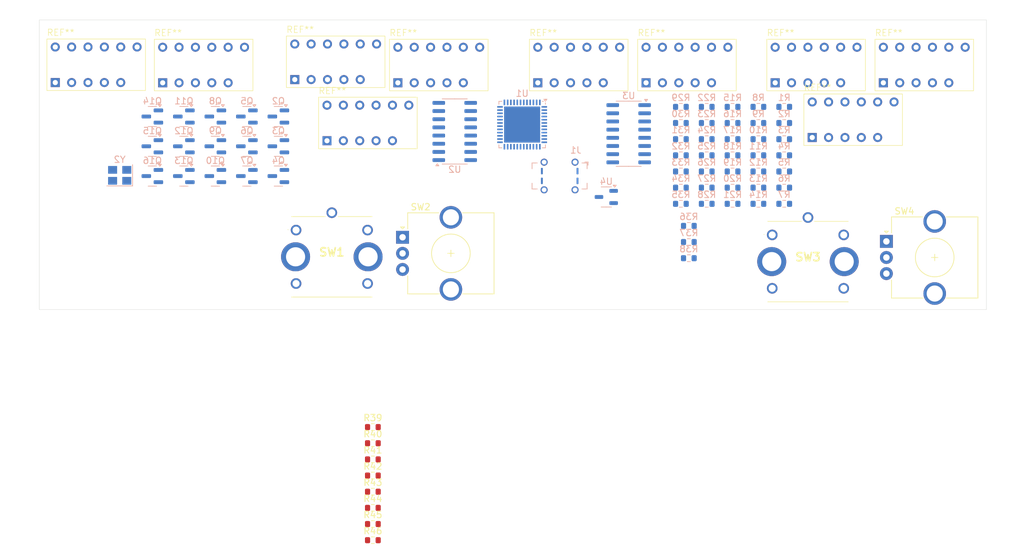
<source format=kicad_pcb>
(kicad_pcb (version 20241229) (generator "pcbnew") (generator_version "9.0")
  (layers (0 "F.Cu" signal) (2 "B.Cu" signal) (13 "F.Paste" user) (15 "B.Paste" user) (5 "F.SilkS" user "F.Silkscreen") (7 "B.SilkS" user "B.Silkscreen") (1 "F.Mask" user) (3 "B.Mask" user) (25 "Edge.Cuts" user))
  (net 0 "")
  (net 1 "Net-(Q2-B)")
  (net 3 "+5V")
  (net 5 "Net-(Q3-B)")
  (net 7 "Net-(Q4-B)")
  (net 8 "Net-(Q5-B)")
  (net 10 "Net-(Q6-B)")
  (net 12 "Net-(Q7-B)")
  (net 15 "Net-(Q8-B)")
  (net 17 "Net-(Q9-B)")
  (net 19 "Net-(Q10-B)")
  (net 21 "Net-(Q11-B)")
  (net 23 "Net-(Q12-B)")
  (net 25 "Net-(Q13-B)")
  (net 26 "Net-(Q14-B)")
  (net 29 "Net-(Q15-B)")
  (net 30 "Net-(Q16-B)")
  (net 32 "Net-(U2-~{SRCLR})")
  (net 33 "Net-(U3-~{SRCLR})")
  (net 34 "Net-(U1-PA5)")
  (net 35 "Net-(U2-SER)")
  (net 36 "Net-(U2-~{OE})")
  (net 37 "Net-(U1-PA6)")
  (net 38 "Net-(U1-PA7)")
  (net 39 "Net-(U2-RCLK)")
  (net 40 "Net-(U2-QA)")
  (net 41 "Net-(U2-QB)")
  (net 42 "Net-(U2-QC)")
  (net 43 "Net-(U2-QD)")
  (net 44 "Net-(U2-QE)")
  (net 45 "Net-(U2-QF)")
  (net 46 "Net-(U2-QG)")
  (net 47 "Net-(U2-QH)")
  (net 48 "Net-(U3-QA)")
  (net 49 "Net-(U3-QB)")
  (net 50 "Net-(U3-QC)")
  (net 51 "Net-(U3-QD)")
  (net 52 "Net-(U3-QE)")
  (net 53 "Net-(U3-QF)")
  (net 54 "Net-(U3-QG)")
  (net 55 "Net-(U1-PB0)")
  (net 56 "Net-(U1-PB1)")
  (net 57 "Net-(U1-PB2)")
  (net 58 "Net-(U1-PB3)")
  (net 59 "Net-(U1-PB4)")
  (net 60 "Net-(U1-PB5)")
  (net 61 "Net-(U1-PB6)")
  (net 62 "Net-(U1-PB7)")
  (net 63 "Net-(U1-PB8)")
  (net 64 "Net-(U1-PB9)")
  (net 65 "Net-(U1-PB10)")
  (net 66 "Net-(U1-PB12)")
  (net 67 "Net-(U1-PB13)")
  (net 68 "Net-(U1-PB14)")
  (net 69 "Net-(U1-PB15)")
  (net 70 "GND")
  (net 78 "Net-(U1-PH0)")
  (net 82 "Net-(U1-PH1)")
  (net 83 "Net-(U1-VCAP1)")
  (net 87 "+3.3V")
  (net 91 "Net-(U2-QH')")
  (net 99 "/ENC2_B")
  (net 101 "/ENC2_A")
  (net 102 "/ENC1_A")
  (net 103 "/ENC1_B")
  (net 105 "/SEG1_1")
  (net 106 "/SEG1_2")
  (net 107 "/SEG1_3")
  (net 108 "/SEG1_4")
  (net 109 "/SEG1_5")
  (net 110 "/SEG1_6")
  (net 111 "/SEG1_7")
  (net 112 "/SEG1_8")
  (net 113 "/SEG2_1")
  (net 114 "/SEG2_2")
  (net 115 "/SEG2_3")
  (net 116 "/SEG2_4")
  (net 117 "/SEG2_5")
  (net 118 "/SEG2_6")
  (net 119 "/SEG2_7")
  (net 120 "/SEG2_8")
  (net 121 "/BOOT0")
  (net 122 "/NRST")
  (footprint "Encoder:EC12D1524403" (layer "F.Cu") (at 197.8 114.54)
    (property "Reference" "SW3" (at 0 -0.713 0) (layer "F.SilkS") (effects (font (size 1.27 1.27) (thickness 0.254))))
    (property "Value" "EC12D1524403" (hide yes))
    (pad "A" thru_hole circle (at -5.55 -4.15) (size 1.65 1.65) (drill 1.1) (layers "*.Cu" "*.Mask") (net 102 "/ENC1_A"))
    (pad "B" thru_hole circle (at 5.55 -4.15) (size 1.65 1.65) (drill 1.1) (layers "*.Cu" "*.Mask") (net 103 "/ENC1_B"))
    (pad "C" thru_hole circle (at -5.55 4.15) (size 1.65 1.65) (drill 1.1) (layers "*.Cu" "*.Mask") (net 70 "GND"))
    (pad "MP" thru_hole circle (at -5.625 0) (size 4.5 4.5) (drill 2.97) (layers "*.Cu" "*.Mask") (net 70 "GND"))
    (pad "MP" thru_hole circle (at 5.625 0) (size 4.5 4.5) (drill 2.97) (layers "*.Cu" "*.Mask") (net 70 "GND"))
    (pad "S1" thru_hole circle (at 0 -6.85) (size 1.65 1.65) (drill 1.1) (layers "*.Cu" "*.Mask"))
    (pad "S2" thru_hole circle (at 5.55 4.15) (size 1.65 1.65) (drill 1.1) (layers "*.Cu" "*.Mask"))
  )
  (footprint "Custom_7seg:FJ2352BH" (layer "F.Cu") (at 140.5 84)
    (property "Reference" "REF**" (at -5.5 -5 0) (layer "F.SilkS") (effects (font (thickness 0.1))))
    (property "Value" "FJ2352BH")
    (pad "1" thru_hole rect (at -6.35 2.76) (size 1.4 1.4) (drill 0.8) (layers "*.Cu" "*.Mask"))
    (pad "2" thru_hole circle (at -3.81 2.76) (size 1.4 1.4) (drill 0.8) (layers "*.Cu" "*.Mask"))
    (pad "3" thru_hole circle (at -1.27 2.76) (size 1.4 1.4) (drill 0.8) (layers "*.Cu" "*.Mask"))
    (pad "4" thru_hole circle (at 1.27 2.76) (size 1.4 1.4) (drill 0.8) (layers "*.Cu" "*.Mask"))
    (pad "5" thru_hole circle (at 3.81 2.76) (size 1.4 1.4) (drill 0.8) (layers "*.Cu" "*.Mask"))
    (pad "7" thru_hole circle (at 6.35 -2.76) (size 1.4 1.4) (drill 0.8) (layers "*.Cu" "*.Mask"))
    (pad "8" thru_hole circle (at 3.81 -2.76) (size 1.4 1.4) (drill 0.8) (layers "*.Cu" "*.Mask"))
    (pad "9" thru_hole circle (at 1.27 -2.76) (size 1.4 1.4) (drill 0.8) (layers "*.Cu" "*.Mask"))
    (pad "10" thru_hole circle (at -1.27 -2.76) (size 1.4 1.4) (drill 0.8) (layers "*.Cu" "*.Mask"))
    (pad "11" thru_hole circle (at -3.81 -2.76) (size 1.4 1.4) (drill 0.8) (layers "*.Cu" "*.Mask"))
    (pad "12" thru_hole circle (at -6.35 -2.76) (size 1.4 1.4) (drill 0.8) (layers "*.Cu" "*.Mask"))
  )
  (footprint "Custom_7seg:FJ2352BH" (layer "F.Cu") (at 129.5 93)
    (property "Reference" "REF**" (at -5.5 -5 0) (layer "F.SilkS") (effects (font (thickness 0.1))))
    (property "Value" "FJ2352BH")
    (pad "1" thru_hole rect (at -6.35 2.76) (size 1.4 1.4) (drill 0.8) (layers "*.Cu" "*.Mask"))
    (pad "2" thru_hole circle (at -3.81 2.76) (size 1.4 1.4) (drill 0.8) (layers "*.Cu" "*.Mask"))
    (pad "3" thru_hole circle (at -1.27 2.76) (size 1.4 1.4) (drill 0.8) (layers "*.Cu" "*.Mask"))
    (pad "4" thru_hole circle (at 1.27 2.76) (size 1.4 1.4) (drill 0.8) (layers "*.Cu" "*.Mask"))
    (pad "5" thru_hole circle (at 3.81 2.76) (size 1.4 1.4) (drill 0.8) (layers "*.Cu" "*.Mask"))
    (pad "7" thru_hole circle (at 6.35 -2.76) (size 1.4 1.4) (drill 0.8) (layers "*.Cu" "*.Mask"))
    (pad "8" thru_hole circle (at 3.81 -2.76) (size 1.4 1.4) (drill 0.8) (layers "*.Cu" "*.Mask"))
    (pad "9" thru_hole circle (at 1.27 -2.76) (size 1.4 1.4) (drill 0.8) (layers "*.Cu" "*.Mask"))
    (pad "10" thru_hole circle (at -1.27 -2.76) (size 1.4 1.4) (drill 0.8) (layers "*.Cu" "*.Mask"))
    (pad "11" thru_hole circle (at -3.81 -2.76) (size 1.4 1.4) (drill 0.8) (layers "*.Cu" "*.Mask"))
    (pad "12" thru_hole circle (at -6.35 -2.76) (size 1.4 1.4) (drill 0.8) (layers "*.Cu" "*.Mask"))
  )
  (footprint "Resistor_SMD:R_0603_1608Metric" (layer "F.Cu") (at 130.27 140.245)
    (property "Reference" "R39" (at 0 -1.43 0) (layer "F.SilkS"))
    (property "Value" "10k")
    (pad "1" smd roundrect (at -0.825 0) (size 0.8 0.95) (layers "F.Cu" "F.Mask" "F.Paste") (net 87 "+3.3V"))
    (pad "2" smd roundrect (at 0.825 0) (size 0.8 0.95) (layers "F.Cu" "F.Mask" "F.Paste") (net 99 "/ENC2_B"))
  )
  (footprint "Resistor_SMD:R_0603_1608Metric" (layer "F.Cu") (at 130.27 145.265)
    (property "Reference" "R41" (at 0 -1.43 0) (layer "F.SilkS"))
    (property "Value" "10k")
    (pad "1" smd roundrect (at -0.825 0) (size 0.8 0.95) (layers "F.Cu" "F.Mask" "F.Paste") (net 87 "+3.3V"))
    (pad "2" smd roundrect (at 0.825 0) (size 0.8 0.95) (layers "F.Cu" "F.Mask" "F.Paste") (net 102 "/ENC1_A"))
  )
  (footprint "Encoder:EC12E1240301" (layer "F.Cu") (at 209.97 111.4)
    (property "Reference" "SW4" (at 2.8 -4.7 0) (layer "F.SilkS"))
    (property "Value" "EC12E1240301")
    (pad "A" thru_hole rect (at 0 0) (size 2 2) (drill 1) (layers "*.Cu" "*.Mask") (net 101 "/ENC2_A"))
    (pad "B" thru_hole circle (at 0 5) (size 2 2) (drill 1) (layers "*.Cu" "*.Mask") (net 99 "/ENC2_B"))
    (pad "C" thru_hole circle (at 0 2.5) (size 2 2) (drill 1) (layers "*.Cu" "*.Mask") (net 70 "GND"))
    (pad "MP" thru_hole circle (at 7.5 -3.1) (size 3.5 3.5) (drill 2.5) (layers "*.Cu" "*.Mask") (net 70 "GND"))
    (pad "MP" thru_hole circle (at 7.5 8.1) (size 3.5 3.5) (drill 2.5) (layers "*.Cu" "*.Mask") (net 70 "GND"))
  )
  (footprint "Resistor_SMD:R_0603_1608Metric" (layer "F.Cu") (at 130.27 157.815)
    (property "Reference" "R46" (at 0 -1.43 0) (layer "F.SilkS"))
    (property "Value" "10k")
    (pad "1" smd roundrect (at -0.825 0) (size 0.8 0.95) (layers "F.Cu" "F.Mask" "F.Paste") (net 87 "+3.3V"))
    (pad "2" smd roundrect (at 0.825 0) (size 0.8 0.95) (layers "F.Cu" "F.Mask" "F.Paste") (net 99 "/ENC2_B"))
  )
  (footprint "Encoder:EC12E1240301" (layer "F.Cu") (at 134.88 110.76)
    (property "Reference" "SW2" (at 2.8 -4.7 0) (layer "F.SilkS"))
    (property "Value" "EC12E1240301")
    (pad "A" thru_hole rect (at 0 0) (size 2 2) (drill 1) (layers "*.Cu" "*.Mask") (net 101 "/ENC2_A"))
    (pad "B" thru_hole circle (at 0 5) (size 2 2) (drill 1) (layers "*.Cu" "*.Mask") (net 99 "/ENC2_B"))
    (pad "C" thru_hole circle (at 0 2.5) (size 2 2) (drill 1) (layers "*.Cu" "*.Mask") (net 70 "GND"))
    (pad "MP" thru_hole circle (at 7.5 -3.1) (size 3.5 3.5) (drill 2.5) (layers "*.Cu" "*.Mask") (net 70 "GND"))
    (pad "MP" thru_hole circle (at 7.5 8.1) (size 3.5 3.5) (drill 2.5) (layers "*.Cu" "*.Mask") (net 70 "GND"))
  )
  (footprint "Resistor_SMD:R_0603_1608Metric" (layer "F.Cu") (at 130.27 155.305)
    (property "Reference" "R45" (at 0 -1.43 0) (layer "F.SilkS"))
    (property "Value" "10k")
    (pad "1" smd roundrect (at -0.825 0) (size 0.8 0.95) (layers "F.Cu" "F.Mask" "F.Paste") (net 87 "+3.3V"))
    (pad "2" smd roundrect (at 0.825 0) (size 0.8 0.95) (layers "F.Cu" "F.Mask" "F.Paste") (net 101 "/ENC2_A"))
  )
  (footprint "Encoder:EC12D1524403" (layer "F.Cu") (at 123.9 113.7925)
    (property "Reference" "SW1" (at 0 -0.713 0) (layer "F.SilkS") (effects (font (size 1.27 1.27) (thickness 0.254))))
    (property "Value" "EC12D1524403" (hide yes))
    (pad "A" thru_hole circle (at -5.55 -4.15) (size 1.65 1.65) (drill 1.1) (layers "*.Cu" "*.Mask") (net 102 "/ENC1_A"))
    (pad "B" thru_hole circle (at 5.55 -4.15) (size 1.65 1.65) (drill 1.1) (layers "*.Cu" "*.Mask") (net 103 "/ENC1_B"))
    (pad "C" thru_hole circle (at -5.55 4.15) (size 1.65 1.65) (drill 1.1) (layers "*.Cu" "*.Mask") (net 70 "GND"))
    (pad "MP" thru_hole circle (at -5.625 0) (size 4.5 4.5) (drill 2.97) (layers "*.Cu" "*.Mask") (net 70 "GND"))
    (pad "MP" thru_hole circle (at 5.625 0) (size 4.5 4.5) (drill 2.97) (layers "*.Cu" "*.Mask") (net 70 "GND"))
    (pad "S1" thru_hole circle (at 0 -6.85) (size 1.65 1.65) (drill 1.1) (layers "*.Cu" "*.Mask"))
    (pad "S2" thru_hole circle (at 5.55 4.15) (size 1.65 1.65) (drill 1.1) (layers "*.Cu" "*.Mask"))
  )
  (footprint "Custom_7seg:FJ2352BH" (layer "F.Cu") (at 162.22 84)
    (property "Reference" "REF**" (at -5.5 -5 0) (layer "F.SilkS") (effects (font (thickness 0.1))))
    (property "Value" "FJ2352BH")
    (pad "1" thru_hole rect (at -6.35 2.76) (size 1.4 1.4) (drill 0.8) (layers "*.Cu" "*.Mask"))
    (pad "2" thru_hole circle (at -3.81 2.76) (size 1.4 1.4) (drill 0.8) (layers "*.Cu" "*.Mask"))
    (pad "3" thru_hole circle (at -1.27 2.76) (size 1.4 1.4) (drill 0.8) (layers "*.Cu" "*.Mask"))
    (pad "4" thru_hole circle (at 1.27 2.76) (size 1.4 1.4) (drill 0.8) (layers "*.Cu" "*.Mask"))
    (pad "5" thru_hole circle (at 3.81 2.76) (size 1.4 1.4) (drill 0.8) (layers "*.Cu" "*.Mask"))
    (pad "7" thru_hole circle (at 6.35 -2.76) (size 1.4 1.4) (drill 0.8) (layers "*.Cu" "*.Mask"))
    (pad "8" thru_hole circle (at 3.81 -2.76) (size 1.4 1.4) (drill 0.8) (layers "*.Cu" "*.Mask"))
    (pad "9" thru_hole circle (at 1.27 -2.76) (size 1.4 1.4) (drill 0.8) (layers "*.Cu" "*.Mask"))
    (pad "10" thru_hole circle (at -1.27 -2.76) (size 1.4 1.4) (drill 0.8) (layers "*.Cu" "*.Mask"))
    (pad "11" thru_hole circle (at -3.81 -2.76) (size 1.4 1.4) (drill 0.8) (layers "*.Cu" "*.Mask"))
    (pad "12" thru_hole circle (at -6.35 -2.76) (size 1.4 1.4) (drill 0.8) (layers "*.Cu" "*.Mask"))
  )
  (footprint "Custom_7seg:FJ2352BH" (layer "F.Cu") (at 199.06 84)
    (property "Reference" "REF**" (at -5.5 -5 0) (layer "F.SilkS") (effects (font (thickness 0.1))))
    (property "Value" "FJ2352BH")
    (pad "1" thru_hole rect (at -6.35 2.76) (size 1.4 1.4) (drill 0.8) (layers "*.Cu" "*.Mask"))
    (pad "2" thru_hole circle (at -3.81 2.76) (size 1.4 1.4) (drill 0.8) (layers "*.Cu" "*.Mask"))
    (pad "3" thru_hole circle (at -1.27 2.76) (size 1.4 1.4) (drill 0.8) (layers "*.Cu" "*.Mask"))
    (pad "4" thru_hole circle (at 1.27 2.76) (size 1.4 1.4) (drill 0.8) (layers "*.Cu" "*.Mask"))
    (pad "5" thru_hole circle (at 3.81 2.76) (size 1.4 1.4) (drill 0.8) (layers "*.Cu" "*.Mask"))
    (pad "7" thru_hole circle (at 6.35 -2.76) (size 1.4 1.4) (drill 0.8) (layers "*.Cu" "*.Mask"))
    (pad "8" thru_hole circle (at 3.81 -2.76) (size 1.4 1.4) (drill 0.8) (layers "*.Cu" "*.Mask"))
    (pad "9" thru_hole circle (at 1.27 -2.76) (size 1.4 1.4) (drill 0.8) (layers "*.Cu" "*.Mask"))
    (pad "10" thru_hole circle (at -1.27 -2.76) (size 1.4 1.4) (drill 0.8) (layers "*.Cu" "*.Mask"))
    (pad "11" thru_hole circle (at -3.81 -2.76) (size 1.4 1.4) (drill 0.8) (layers "*.Cu" "*.Mask"))
    (pad "12" thru_hole circle (at -6.35 -2.76) (size 1.4 1.4) (drill 0.8) (layers "*.Cu" "*.Mask"))
  )
  (footprint "Resistor_SMD:R_0603_1608Metric" (layer "F.Cu") (at 130.27 147.775)
    (property "Reference" "R42" (at 0 -1.43 0) (layer "F.SilkS"))
    (property "Value" "10k")
    (pad "1" smd roundrect (at -0.825 0) (size 0.8 0.95) (layers "F.Cu" "F.Mask" "F.Paste") (net 87 "+3.3V"))
    (pad "2" smd roundrect (at 0.825 0) (size 0.8 0.95) (layers "F.Cu" "F.Mask" "F.Paste") (net 103 "/ENC1_B"))
  )
  (footprint "Resistor_SMD:R_0603_1608Metric" (layer "F.Cu") (at 130.27 142.755)
    (property "Reference" "R40" (at 0 -1.43 0) (layer "F.SilkS"))
    (property "Value" "10k")
    (pad "1" smd roundrect (at -0.825 0) (size 0.8 0.95) (layers "F.Cu" "F.Mask" "F.Paste") (net 87 "+3.3V"))
    (pad "2" smd roundrect (at 0.825 0) (size 0.8 0.95) (layers "F.Cu" "F.Mask" "F.Paste") (net 101 "/ENC2_A"))
  )
  (footprint "Resistor_SMD:R_0603_1608Metric" (layer "F.Cu") (at 130.27 152.795)
    (property "Reference" "R44" (at 0 -1.43 0) (layer "F.SilkS"))
    (property "Value" "10k")
    (pad "1" smd roundrect (at -0.825 0) (size 0.8 0.95) (layers "F.Cu" "F.Mask" "F.Paste") (net 87 "+3.3V"))
    (pad "2" smd roundrect (at 0.825 0) (size 0.8 0.95) (layers "F.Cu" "F.Mask" "F.Paste") (net 103 "/ENC1_B"))
  )
  (footprint "Custom_7seg:FJ2352BH" (layer "F.Cu") (at 124.5 83.5)
    (property "Reference" "REF**" (at -5.5 -5 0) (layer "F.SilkS") (effects (font (thickness 0.1))))
    (property "Value" "FJ2352BH")
    (pad "1" thru_hole rect (at -6.35 2.76) (size 1.4 1.4) (drill 0.8) (layers "*.Cu" "*.Mask"))
    (pad "2" thru_hole circle (at -3.81 2.76) (size 1.4 1.4) (drill 0.8) (layers "*.Cu" "*.Mask"))
    (pad "3" thru_hole circle (at -1.27 2.76) (size 1.4 1.4) (drill 0.8) (layers "*.Cu" "*.Mask"))
    (pad "4" thru_hole circle (at 1.27 2.76) (size 1.4 1.4) (drill 0.8) (layers "*.Cu" "*.Mask"))
    (pad "5" thru_hole circle (at 3.81 2.76) (size 1.4 1.4) (drill 0.8) (layers "*.Cu" "*.Mask"))
    (pad "7" thru_hole circle (at 6.35 -2.76) (size 1.4 1.4) (drill 0.8) (layers "*.Cu" "*.Mask"))
    (pad "8" thru_hole circle (at 3.81 -2.76) (size 1.4 1.4) (drill 0.8) (layers "*.Cu" "*.Mask"))
    (pad "9" thru_hole circle (at 1.27 -2.76) (size 1.4 1.4) (drill 0.8) (layers "*.Cu" "*.Mask"))
    (pad "10" thru_hole circle (at -1.27 -2.76) (size 1.4 1.4) (drill 0.8) (layers "*.Cu" "*.Mask"))
    (pad "11" thru_hole circle (at -3.81 -2.76) (size 1.4 1.4) (drill 0.8) (layers "*.Cu" "*.Mask"))
    (pad "12" thru_hole circle (at -6.35 -2.76) (size 1.4 1.4) (drill 0.8) (layers "*.Cu" "*.Mask"))
  )
  (footprint "Custom_7seg:FJ2352BH" (layer "F.Cu") (at 215.85 84)
    (property "Reference" "REF**" (at -5.5 -5 0) (layer "F.SilkS") (effects (font (thickness 0.1))))
    (property "Value" "FJ2352BH")
    (pad "1" thru_hole rect (at -6.35 2.76) (size 1.4 1.4) (drill 0.8) (layers "*.Cu" "*.Mask"))
    (pad "2" thru_hole circle (at -3.81 2.76) (size 1.4 1.4) (drill 0.8) (layers "*.Cu" "*.Mask"))
    (pad "3" thru_hole circle (at -1.27 2.76) (size 1.4 1.4) (drill 0.8) (layers "*.Cu" "*.Mask"))
    (pad "4" thru_hole circle (at 1.27 2.76) (size 1.4 1.4) (drill 0.8) (layers "*.Cu" "*.Mask"))
    (pad "5" thru_hole circle (at 3.81 2.76) (size 1.4 1.4) (drill 0.8) (layers "*.Cu" "*.Mask"))
    (pad "7" thru_hole circle (at 6.35 -2.76) (size 1.4 1.4) (drill 0.8) (layers "*.Cu" "*.Mask"))
    (pad "8" thru_hole circle (at 3.81 -2.76) (size 1.4 1.4) (drill 0.8) (layers "*.Cu" "*.Mask"))
    (pad "9" thru_hole circle (at 1.27 -2.76) (size 1.4 1.4) (drill 0.8) (layers "*.Cu" "*.Mask"))
    (pad "10" thru_hole circle (at -1.27 -2.76) (size 1.4 1.4) (drill 0.8) (layers "*.Cu" "*.Mask"))
    (pad "11" thru_hole circle (at -3.81 -2.76) (size 1.4 1.4) (drill 0.8) (layers "*.Cu" "*.Mask"))
    (pad "12" thru_hole circle (at -6.35 -2.76) (size 1.4 1.4) (drill 0.8) (layers "*.Cu" "*.Mask"))
  )
  (footprint "Custom_7seg:FJ2352BH" (layer "F.Cu") (at 87.327485 83.963191)
    (property "Reference" "REF**" (at -5.5 -5 0) (layer "F.SilkS") (effects (font (thickness 0.1))))
    (property "Value" "FJ2352BH")
    (pad "1" thru_hole rect (at -6.35 2.76) (size 1.4 1.4) (drill 0.8) (layers "*.Cu" "*.Mask"))
    (pad "2" thru_hole circle (at -3.81 2.76) (size 1.4 1.4) (drill 0.8) (layers "*.Cu" "*.Mask"))
    (pad "3" thru_hole circle (at -1.27 2.76) (size 1.4 1.4) (drill 0.8) (layers "*.Cu" "*.Mask"))
    (pad "4" thru_hole circle (at 1.27 2.76) (size 1.4 1.4) (drill 0.8) (layers "*.Cu" "*.Mask"))
    (pad "5" thru_hole circle (at 3.81 2.76) (size 1.4 1.4) (drill 0.8) (layers "*.Cu" "*.Mask"))
    (pad "7" thru_hole circle (at 6.35 -2.76) (size 1.4 1.4) (drill 0.8) (layers "*.Cu" "*.Mask"))
    (pad "8" thru_hole circle (at 3.81 -2.76) (size 1.4 1.4) (drill 0.8) (layers "*.Cu" "*.Mask"))
    (pad "9" thru_hole circle (at 1.27 -2.76) (size 1.4 1.4) (drill 0.8) (layers "*.Cu" "*.Mask"))
    (pad "10" thru_hole circle (at -1.27 -2.76) (size 1.4 1.4) (drill 0.8) (layers "*.Cu" "*.Mask"))
    (pad "11" thru_hole circle (at -3.81 -2.76) (size 1.4 1.4) (drill 0.8) (layers "*.Cu" "*.Mask"))
    (pad "12" thru_hole circle (at -6.35 -2.76) (size 1.4 1.4) (drill 0.8) (layers "*.Cu" "*.Mask"))
  )
  (footprint "Custom_7seg:FJ2352BH" (layer "F.Cu") (at 104 84)
    (property "Reference" "REF**" (at -5.5 -5 0) (layer "F.SilkS") (effects (font (thickness 0.1))))
    (property "Value" "FJ2352BH")
    (pad "1" thru_hole rect (at -6.35 2.76) (size 1.4 1.4) (drill 0.8) (layers "*.Cu" "*.Mask"))
    (pad "2" thru_hole circle (at -3.81 2.76) (size 1.4 1.4) (drill 0.8) (layers "*.Cu" "*.Mask"))
    (pad "3" thru_hole circle (at -1.27 2.76) (size 1.4 1.4) (drill 0.8) (layers "*.Cu" "*.Mask"))
    (pad "4" thru_hole circle (at 1.27 2.76) (size 1.4 1.4) (drill 0.8) (layers "*.Cu" "*.Mask"))
    (pad "5" thru_hole circle (at 3.81 2.76) (size 1.4 1.4) (drill 0.8) (layers "*.Cu" "*.Mask"))
    (pad "7" thru_hole circle (at 6.35 -2.76) (size 1.4 1.4) (drill 0.8) (layers "*.Cu" "*.Mask"))
    (pad "8" thru_hole circle (at 3.81 -2.76) (size 1.4 1.4) (drill 0.8) (layers "*.Cu" "*.Mask"))
    (pad "9" thru_hole circle (at 1.27 -2.76) (size 1.4 1.4) (drill 0.8) (layers "*.Cu" "*.Mask"))
    (pad "10" thru_hole circle (at -1.27 -2.76) (size 1.4 1.4) (drill 0.8) (layers "*.Cu" "*.Mask"))
    (pad "11" thru_hole circle (at -3.81 -2.76) (size 1.4 1.4) (drill 0.8) (layers "*.Cu" "*.Mask"))
    (pad "12" thru_hole circle (at -6.35 -2.76) (size 1.4 1.4) (drill 0.8) (layers "*.Cu" "*.Mask"))
  )
  (footprint "Resistor_SMD:R_0603_1608Metric" (layer "F.Cu") (at 130.27 150.285)
    (property "Reference" "R43" (at 0 -1.43 0) (layer "F.SilkS"))
    (property "Value" "10k")
    (pad "1" smd roundrect (at -0.825 0) (size 0.8 0.95) (layers "F.Cu" "F.Mask" "F.Paste") (net 87 "+3.3V"))
    (pad "2" smd roundrect (at 0.825 0) (size 0.8 0.95) (layers "F.Cu" "F.Mask" "F.Paste") (net 102 "/ENC1_A"))
  )
  (footprint "Custom_7seg:FJ2352BH" (layer "F.Cu") (at 179.02 84)
    (property "Reference" "REF**" (at -5.5 -5 0) (layer "F.SilkS") (effects (font (thickness 0.1))))
    (property "Value" "FJ2352BH")
    (pad "1" thru_hole rect (at -6.35 2.76) (size 1.4 1.4) (drill 0.8) (layers "*.Cu" "*.Mask"))
    (pad "2" thru_hole circle (at -3.81 2.76) (size 1.4 1.4) (drill 0.8) (layers "*.Cu" "*.Mask"))
    (pad "3" thru_hole circle (at -1.27 2.76) (size 1.4 1.4) (drill 0.8) (layers "*.Cu" "*.Mask"))
    (pad "4" thru_hole circle (at 1.27 2.76) (size 1.4 1.4) (drill 0.8) (layers "*.Cu" "*.Mask"))
    (pad "5" thru_hole circle (at 3.81 2.76) (size 1.4 1.4) (drill 0.8) (layers "*.Cu" "*.Mask"))
    (pad "7" thru_hole circle (at 6.35 -2.76) (size 1.4 1.4) (drill 0.8) (layers "*.Cu" "*.Mask"))
    (pad "8" thru_hole circle (at 3.81 -2.76) (size 1.4 1.4) (drill 0.8) (layers "*.Cu" "*.Mask"))
    (pad "9" thru_hole circle (at 1.27 -2.76) (size 1.4 1.4) (drill 0.8) (layers "*.Cu" "*.Mask"))
    (pad "10" thru_hole circle (at -1.27 -2.76) (size 1.4 1.4) (drill 0.8) (layers "*.Cu" "*.Mask"))
    (pad "11" thru_hole circle (at -3.81 -2.76) (size 1.4 1.4) (drill 0.8) (layers "*.Cu" "*.Mask"))
    (pad "12" thru_hole circle (at -6.35 -2.76) (size 1.4 1.4) (drill 0.8) (layers "*.Cu" "*.Mask"))
  )
  (footprint "Custom_7seg:FJ2352BH" (layer "F.Cu") (at 204.81 92.5)
    (property "Reference" "REF**" (at -5.5 -5 0) (layer "F.SilkS") (effects (font (thickness 0.1))))
    (property "Value" "FJ2352BH")
    (pad "1" thru_hole rect (at -6.35 2.76) (size 1.4 1.4) (drill 0.8) (layers "*.Cu" "*.Mask"))
    (pad "2" thru_hole circle (at -3.81 2.76) (size 1.4 1.4) (drill 0.8) (layers "*.Cu" "*.Mask"))
    (pad "3" thru_hole circle (at -1.27 2.76) (size 1.4 1.4) (drill 0.8) (layers "*.Cu" "*.Mask"))
    (pad "4" thru_hole circle (at 1.27 2.76) (size 1.4 1.4) (drill 0.8) (layers "*.Cu" "*.Mask"))
    (pad "5" thru_hole circle (at 3.81 2.76) (size 1.4 1.4) (drill 0.8) (layers "*.Cu" "*.Mask"))
    (pad "7" thru_hole circle (at 6.35 -2.76) (size 1.4 1.4) (drill 0.8) (layers "*.Cu" "*.Mask"))
    (pad "8" thru_hole circle (at 3.81 -2.76) (size 1.4 1.4) (drill 0.8) (layers "*.Cu" "*.Mask"))
    (pad "9" thru_hole circle (at 1.27 -2.76) (size 1.4 1.4) (drill 0.8) (layers "*.Cu" "*.Mask"))
    (pad "10" thru_hole circle (at -1.27 -2.76) (size 1.4 1.4) (drill 0.8) (layers "*.Cu" "*.Mask"))
    (pad "11" thru_hole circle (at -3.81 -2.76) (size 1.4 1.4) (drill 0.8) (layers "*.Cu" "*.Mask"))
    (pad "12" thru_hole circle (at -6.35 -2.76) (size 1.4 1.4) (drill 0.8) (layers "*.Cu" "*.Mask"))
  )
  (footprint "Resistor_SMD:R_0603_1608Metric" (layer "B.Cu") (at 182.084882 103.05 180)
    (property "Reference" "R27" (at 0 1.43 0) (layer "B.SilkS") (effects (justify mirror)))
    (property "Value" "100")
    (pad "1" smd roundrect (at -0.825 0 180) (size 0.8 0.95) (layers "B.Cu" "B.Mask" "B.Paste") (net 61 "Net-(U1-PB6)"))
    (pad "2" smd roundrect (at 0.825 0 180) (size 0.8 0.95) (layers "B.Cu" "B.Mask" "B.Paste") (net 111 "/SEG1_7"))
  )
  (footprint "Package_TO_SOT_SMD:SOT-23" (layer "B.Cu") (at 110.71619 101.25 180)
    (property "Reference" "Q7" (at 0 2.4 0) (layer "B.SilkS") (effects (justify mirror)))
    (property "Value" "SS8550")
    (pad "1" smd roundrect (at -0.9375 0.95 180) (size 1.475 0.6) (layers "B.Cu" "B.Mask" "B.Paste") (net 12 "Net-(Q7-B)"))
    (pad "2" smd roundrect (at -0.9375 -0.95 180) (size 1.475 0.6) (layers "B.Cu" "B.Mask" "B.Paste") (net 3 "+5V"))
    (pad "3" smd roundrect (at 0.9375 0 180) (size 1.475 0.6) (layers "B.Cu" "B.Mask" "B.Paste"))
  )
  (footprint "Resistor_SMD:R_0603_1608Metric" (layer "B.Cu") (at 186.094882 98.03 180)
    (property "Reference" "R18" (at 0 1.43 0) (layer "B.SilkS") (effects (justify mirror)))
    (property "Value" "10k")
    (pad "1" smd roundrect (at -0.825 0 180) (size 0.8 0.95) (layers "B.Cu" "B.Mask" "B.Paste") (net 26 "Net-(Q14-B)"))
    (pad "2" smd roundrect (at 0.825 0 180) (size 0.8 0.95) (layers "B.Cu" "B.Mask" "B.Paste") (net 52 "Net-(U3-QE)"))
  )
  (footprint "Resistor_SMD:R_0603_1608Metric" (layer "B.Cu") (at 182.084882 93.01 180)
    (property "Reference" "R23" (at 0 1.43 0) (layer "B.SilkS") (effects (justify mirror)))
    (property "Value" "100")
    (pad "1" smd roundrect (at -0.825 0 180) (size 0.8 0.95) (layers "B.Cu" "B.Mask" "B.Paste") (net 57 "Net-(U1-PB2)"))
    (pad "2" smd roundrect (at 0.825 0 180) (size 0.8 0.95) (layers "B.Cu" "B.Mask" "B.Paste") (net 107 "/SEG1_3"))
  )
  (footprint "Resistor_SMD:R_0603_1608Metric" (layer "B.Cu") (at 178.074882 98.03 180)
    (property "Reference" "R32" (at 0 1.43 0) (layer "B.SilkS") (effects (justify mirror)))
    (property "Value" "100")
    (pad "1" smd roundrect (at -0.825 0 180) (size 0.8 0.95) (layers "B.Cu" "B.Mask" "B.Paste") (net 66 "Net-(U1-PB12)"))
    (pad "2" smd roundrect (at 0.825 0 180) (size 0.8 0.95) (layers "B.Cu" "B.Mask" "B.Paste") (net 116 "/SEG2_4"))
  )
  (footprint "Package_TO_SOT_SMD:SOT-23" (layer "B.Cu") (at 100.93619 101.25 180)
    (property "Reference" "Q13" (at 0 2.4 0) (layer "B.SilkS") (effects (justify mirror)))
    (property "Value" "SS8550")
    (pad "1" smd roundrect (at -0.9375 0.95 180) (size 1.475 0.6) (layers "B.Cu" "B.Mask" "B.Paste") (net 25 "Net-(Q13-B)"))
    (pad "2" smd roundrect (at -0.9375 -0.95 180) (size 1.475 0.6) (layers "B.Cu" "B.Mask" "B.Paste") (net 3 "+5V"))
    (pad "3" smd roundrect (at 0.9375 0 180) (size 1.475 0.6) (layers "B.Cu" "B.Mask" "B.Paste"))
  )
  (footprint "Package_TO_SOT_SMD:SOT-23" (layer "B.Cu") (at 105.82619 101.25 180)
    (property "Reference" "Q10" (at 0 2.4 0) (layer "B.SilkS") (effects (justify mirror)))
    (property "Value" "SS8550")
    (pad "1" smd roundrect (at -0.9375 0.95 180) (size 1.475 0.6) (layers "B.Cu" "B.Mask" "B.Paste") (net 19 "Net-(Q10-B)"))
    (pad "2" smd roundrect (at -0.9375 -0.95 180) (size 1.475 0.6) (layers "B.Cu" "B.Mask" "B.Paste") (net 3 "+5V"))
    (pad "3" smd roundrect (at 0.9375 0 180) (size 1.475 0.6) (layers "B.Cu" "B.Mask" "B.Paste"))
  )
  (footprint "Resistor_SMD:R_0603_1608Metric" (layer "B.Cu") (at 186.094882 95.52 180)
    (property "Reference" "R17" (at 0 1.43 0) (layer "B.SilkS") (effects (justify mirror)))
    (property "Value" "10k")
    (pad "1" smd roundrect (at -0.825 0 180) (size 0.8 0.95) (layers "B.Cu" "B.Mask" "B.Paste") (net 25 "Net-(Q13-B)"))
    (pad "2" smd roundrect (at 0.825 0 180) (size 0.8 0.95) (layers "B.Cu" "B.Mask" "B.Paste") (net 51 "Net-(U3-QD)"))
  )
  (footprint "Resistor_SMD:R_0603_1608Metric" (layer "B.Cu") (at 186.094882 90.5 180)
    (property "Reference" "R15" (at 0 1.43 0) (layer "B.SilkS") (effects (justify mirror)))
    (property "Value" "10k")
    (pad "1" smd roundrect (at -0.825 0 180) (size 0.8 0.95) (layers "B.Cu" "B.Mask" "B.Paste") (net 21 "Net-(Q11-B)"))
    (pad "2" smd roundrect (at 0.825 0 180) (size 0.8 0.95) (layers "B.Cu" "B.Mask" "B.Paste") (net 49 "Net-(U3-QB)"))
  )
  (footprint "Resistor_SMD:R_0603_1608Metric" (layer "B.Cu") (at 190.104882 95.52 180)
    (property "Reference" "R10" (at 0 1.43 0) (layer "B.SilkS") (effects (justify mirror)))
    (property "Value" "10k")
    (pad "1" smd roundrect (at -0.825 0 180) (size 0.8 0.95) (layers "B.Cu" "B.Mask" "B.Paste") (net 10 "Net-(Q6-B)"))
    (pad "2" smd roundrect (at 0.825 0 180) (size 0.8 0.95) (layers "B.Cu" "B.Mask" "B.Paste") (net 44 "Net-(U2-QE)"))
  )
  (footprint "Resistor_SMD:R_0603_1608Metric" (layer "B.Cu") (at 194.114882 93.01 180)
    (property "Reference" "R2" (at 0 1.43 0) (layer "B.SilkS") (effects (justify mirror)))
    (property "Value" "10k")
    (pad "1" smd roundrect (at -0.825 0 180) (size 0.8 0.95) (layers "B.Cu" "B.Mask" "B.Paste") (net 33 "Net-(U3-~{SRCLR})"))
    (pad "2" smd roundrect (at 0.825 0 180) (size 0.8 0.95) (layers "B.Cu" "B.Mask" "B.Paste") (net 3 "+5V"))
  )
  (footprint "Resistor_SMD:R_0603_1608Metric" (layer "B.Cu") (at 179.309764 108.99 180)
    (property "Reference" "R36" (at 0 1.43 0) (layer "B.SilkS") (effects (justify mirror)))
    (property "Value" "0")
    (pad "1" smd roundrect (at -0.825 0 180) (size 0.8 0.95) (layers "B.Cu" "B.Mask" "B.Paste") (net 112 "/SEG1_8"))
    (pad "2" smd roundrect (at 0.825 0 180) (size 0.8 0.95) (layers "B.Cu" "B.Mask" "B.Paste") (net 120 "/SEG2_8"))
  )
  (footprint "Resistor_SMD:R_0603_1608Metric" (layer "B.Cu") (at 190.104882 93.01 180)
    (property "Reference" "R9" (at 0 1.43 0) (layer "B.SilkS") (effects (justify mirror)))
    (property "Value" "10k")
    (pad "1" smd roundrect (at -0.825 0 180) (size 0.8 0.95) (layers "B.Cu" "B.Mask" "B.Paste") (net 8 "Net-(Q5-B)"))
    (pad "2" smd roundrect (at 0.825 0 180) (size 0.8 0.95) (layers "B.Cu" "B.Mask" "B.Paste") (net 43 "Net-(U2-QD)"))
  )
  (footprint "Resistor_SMD:R_0603_1608Metric" (layer "B.Cu") (at 178.074882 95.52 180)
    (property "Reference" "R31" (at 0 1.43 0) (layer "B.SilkS") (effects (justify mirror)))
    (property "Value" "100")
    (pad "1" smd roundrect (at -0.825 0 180) (size 0.8 0.95) (layers "B.Cu" "B.Mask" "B.Paste") (net 65 "Net-(U1-PB10)"))
    (pad "2" smd roundrect (at 0.825 0 180) (size 0.8 0.95) (layers "B.Cu" "B.Mask" "B.Paste") (net 115 "/SEG2_3"))
  )
  (footprint "Package_SO:SOIC-16_3.9x9.9mm_P1.27mm" (layer "B.Cu") (at 142.975 94.325)
    (property "Reference" "U2" (at 0 5.9 0) (layer "B.SilkS") (effects (justify mirror)))
    (property "Value" "74HC595")
    (pad "1" smd roundrect (at -2.475 4.445) (size 1.95 0.6) (layers "B.Cu" "B.Mask" "B.Paste") (net 41 "Net-(U2-QB)"))
    (pad "2" smd roundrect (at -2.475 3.175) (size 1.95 0.6) (layers "B.Cu" "B.Mask" "B.Paste") (net 42 "Net-(U2-QC)"))
    (pad "3" smd roundrect (at -2.475 1.905) (size 1.95 0.6) (layers "B.Cu" "B.Mask" "B.Paste") (net 43 "Net-(U2-QD)"))
    (pad "4" smd roundrect (at -2.475 0.635) (size 1.95 0.6) (layers "B.Cu" "B.Mask" "B.Paste") (net 44 "Net-(U2-QE)"))
    (pad "5" smd roundrect (at -2.475 -0.635) (size 1.95 0.6) (layers "B.Cu" "B.Mask" "B.Paste") (net 45 "Net-(U2-QF)"))
    (pad "6" smd roundrect (at -2.475 -1.905) (size 1.95 0.6) (layers "B.Cu" "B.Mask" "B.Paste") (net 46 "Net-(U2-QG)"))
    (pad "7" smd roundrect (at -2.475 -3.175) (size 1.95 0.6) (layers "B.Cu" "B.Mask" "B.Paste") (net 47 "Net-(U2-QH)"))
    (pad "8" smd roundrect (at -2.475 -4.445) (size 1.95 0.6) (layers "B.Cu" "B.Mask" "B.Paste") (net 70 "GND"))
    (pad "9" smd roundrect (at 2.475 -4.445) (size 1.95 0.6) (layers "B.Cu" "B.Mask" "B.Paste") (net 91 "Net-(U2-QH')"))
    (pad "10" smd roundrect (at 2.475 -3.175) (size 1.95 0.6) (layers "B.Cu" "B.Mask" "B.Paste") (net 32 "Net-(U2-~{SRCLR})"))
    (pad "11" smd roundrect (at 2.475 -1.905) (size 1.95 0.6) (layers "B.Cu" "B.Mask" "B.Paste") (net 39 "Net-(U2-RCLK)"))
    (pad "12" smd roundrect (at 2.475 -0.635) (size 1.95 0.6) (layers "B.Cu" "B.Mask" "B.Paste") (net 39 "Net-(U2-RCLK)"))
    (pad "13" smd roundrect (at 2.475 0.635) (size 1.95 0.6) (layers "B.Cu" "B.Mask" "B.Paste") (net 36 "Net-(U2-~{OE})"))
    (pad "14" smd roundrect (at 2.475 1.905) (size 1.95 0.6) (layers "B.Cu" "B.Mask" "B.Paste") (net 35 "Net-(U2-SER)"))
    (pad "15" smd roundrect (at 2.475 3.175) (size 1.95 0.6) (layers "B.Cu" "B.Mask" "B.Paste") (net 40 "Net-(U2-QA)"))
    (pad "16" smd roundrect (at 2.475 4.445) (size 1.95 0.6) (layers "B.Cu" "B.Mask" "B.Paste") (net 3 "+5V"))
  )
  (footprint "Package_TO_SOT_SMD:SOT-23" (layer "B.Cu") (at 96.04619 96.625 180)
    (property "Reference" "Q15" (at 0 2.4 0) (layer "B.SilkS") (effects (justify mirror)))
    (property "Value" "SS8550")
    (pad "1" smd roundrect (at -0.9375 0.95 180) (size 1.475 0.6) (layers "B.Cu" "B.Mask" "B.Paste") (net 29 "Net-(Q15-B)"))
    (pad "2" smd roundrect (at -0.9375 -0.95 180) (size 1.475 0.6) (layers "B.Cu" "B.Mask" "B.Paste") (net 3 "+5V"))
    (pad "3" smd roundrect (at 0.9375 0 180) (size 1.475 0.6) (layers "B.Cu" "B.Mask" "B.Paste"))
  )
  (footprint "Resistor_SMD:R_0603_1608Metric" (layer "B.Cu") (at 179.309764 114.01 180)
    (property "Reference" "R38" (at 0 1.43 0) (layer "B.SilkS") (effects (justify mirror)))
    (property "Value" "10k")
    (pad "1" smd roundrect (at -0.825 0 180) (size 0.8 0.95) (layers "B.Cu" "B.Mask" "B.Paste") (net 70 "GND"))
    (pad "2" smd roundrect (at 0.825 0 180) (size 0.8 0.95) (layers "B.Cu" "B.Mask" "B.Paste") (net 121 "/BOOT0"))
  )
  (footprint "Package_TO_SOT_SMD:SOT-23-3" (layer "B.Cu") (at 166.5 104.5 180)
    (property "Reference" "U4" (at 0 2.4 0) (layer "B.SilkS") (effects (justify mirror)))
    (property "Value" "XC6206P332MR")
    (pad "1" smd roundrect (at -1.1375 0.95 180) (size 1.325 0.6) (layers "B.Cu" "B.Mask" "B.Paste") (net 70 "GND"))
    (pad "2" smd roundrect (at -1.1375 -0.95 180) (size 1.325 0.6) (layers "B.Cu" "B.Mask" "B.Paste") (net 87 "+3.3V"))
    (pad "3" smd roundrect (at 1.1375 0 180) (size 1.325 0.6) (layers "B.Cu" "B.Mask" "B.Paste") (net 3 "+5V"))
  )
  (footprint "Package_TO_SOT_SMD:SOT-23" (layer "B.Cu") (at 115.60619 96.625 180)
    (property "Reference" "Q3" (at 0 2.4 0) (layer "B.SilkS") (effects (justify mirror)))
    (property "Value" "SS8550")
    (pad "1" smd roundrect (at -0.9375 0.95 180) (size 1.475 0.6) (layers "B.Cu" "B.Mask" "B.Paste") (net 5 "Net-(Q3-B)"))
    (pad "2" smd roundrect (at -0.9375 -0.95 180) (size 1.475 0.6) (layers "B.Cu" "B.Mask" "B.Paste") (net 3 "+5V"))
    (pad "3" smd roundrect (at 0.9375 0 180) (size 1.475 0.6) (layers "B.Cu" "B.Mask" "B.Paste"))
  )
  (footprint "Resistor_SMD:R_0603_1608Metric" (layer "B.Cu") (at 182.084882 98.03 180)
    (property "Reference" "R25" (at 0 1.43 0) (layer "B.SilkS") (effects (justify mirror)))
    (property "Value" "100")
    (pad "1" smd roundrect (at -0.825 0 180) (size 0.8 0.95) (layers "B.Cu" "B.Mask" "B.Paste") (net 59 "Net-(U1-PB4)"))
    (pad "2" smd roundrect (at 0.825 0 180) (size 0.8 0.95) (layers "B.Cu" "B.Mask" "B.Paste") (net 109 "/SEG1_5"))
  )
  (footprint "Resistor_SMD:R_0603_1608Metric" (layer "B.Cu") (at 186.094882 103.05 180)
    (property "Reference" "R20" (at 0 1.43 0) (layer "B.SilkS") (effects (justify mirror)))
    (property "Value" "10k")
    (pad "1" smd roundrect (at -0.825 0 180) (size 0.8 0.95) (layers "B.Cu" "B.Mask" "B.Paste") (net 30 "Net-(Q16-B)"))
    (pad "2" smd roundrect (at 0.825 0 180) (size 0.8 0.95) (layers "B.Cu" "B.Mask" "B.Paste") (net 54 "Net-(U3-QG)"))
  )
  (footprint "Resistor_SMD:R_0603_1608Metric" (layer "B.Cu") (at 190.104882 103.05 180)
    (property "Reference" "R13" (at 0 1.43 0) (layer "B.SilkS") (effects (justify mirror)))
    (property "Value" "10k")
    (pad "1" smd roundrect (at -0.825 0 180) (size 0.8 0.95) (layers "B.Cu" "B.Mask" "B.Paste") (net 17 "Net-(Q9-B)"))
    (pad "2" smd roundrect (at 0.825 0 180) (size 0.8 0.95) (layers "B.Cu" "B.Mask" "B.Paste") (net 47 "Net-(U2-QH)"))
  )
  (footprint "Package_TO_SOT_SMD:SOT-23" (layer "B.Cu") (at 96.04619 101.25 180)
    (property "Reference" "Q16" (at 0 2.4 0) (layer "B.SilkS") (effects (justify mirror)))
    (property "Value" "SS8550")
    (pad "1" smd roundrect (at -0.9375 0.95 180) (size 1.475 0.6) (layers "B.Cu" "B.Mask" "B.Paste") (net 30 "Net-(Q16-B)"))
    (pad "2" smd roundrect (at -0.9375 -0.95 180) (size 1.475 0.6) (layers "B.Cu" "B.Mask" "B.Paste") (net 3 "+5V"))
    (pad "3" smd roundrect (at 0.9375 0 180) (size 1.475 0.6) (layers "B.Cu" "B.Mask" "B.Paste"))
  )
  (footprint "Package_TO_SOT_SMD:SOT-23" (layer "B.Cu") (at 105.82619 96.625 180)
    (property "Reference" "Q9" (at 0 2.4 0) (layer "B.SilkS") (effects (justify mirror)))
    (property "Value" "SS8550")
    (pad "1" smd roundrect (at -0.9375 0.95 180) (size 1.475 0.6) (layers "B.Cu" "B.Mask" "B.Paste") (net 17 "Net-(Q9-B)"))
    (pad "2" smd roundrect (at -0.9375 -0.95 180) (size 1.475 0.6) (layers "B.Cu" "B.Mask" "B.Paste") (net 3 "+5V"))
    (pad "3" smd roundrect (at 0.9375 0 180) (size 1.475 0.6) (layers "B.Cu" "B.Mask" "B.Paste"))
  )
  (footprint "Package_TO_SOT_SMD:SOT-23" (layer "B.Cu") (at 100.93619 92 180)
    (property "Reference" "Q11" (at 0 2.4 0) (layer "B.SilkS") (effects (justify mirror)))
    (property "Value" "SS8550")
    (pad "1" smd roundrect (at -0.9375 0.95 180) (size 1.475 0.6) (layers "B.Cu" "B.Mask" "B.Paste") (net 21 "Net-(Q11-B)"))
    (pad "2" smd roundrect (at -0.9375 -0.95 180) (size 1.475 0.6) (layers "B.Cu" "B.Mask" "B.Paste") (net 3 "+5V"))
    (pad "3" smd roundrect (at 0.9375 0 180) (size 1.475 0.6) (layers "B.Cu" "B.Mask" "B.Paste"))
  )
  (footprint "Resistor_SMD:R_0603_1608Metric" (layer "B.Cu") (at 182.084882 105.56 180)
    (property "Reference" "R28" (at 0 1.43 0) (layer "B.SilkS") (effects (justify mirror)))
    (property "Value" "100")
    (pad "1" smd roundrect (at -0.825 0 180) (size 0.8 0.95) (layers "B.Cu" "B.Mask" "B.Paste") (net 62 "Net-(U1-PB7)"))
    (pad "2" smd roundrect (at 0.825 0 180) (size 0.8 0.95) (layers "B.Cu" "B.Mask" "B.Paste") (net 112 "/SEG1_8"))
  )
  (footprint "Resistor_SMD:R_0603_1608Metric" (layer "B.Cu") (at 182.084882 100.54 180)
    (property "Reference" "R26" (at 0 1.43 0) (layer "B.SilkS") (effects (justify mirror)))
    (property "Value" "100")
    (pad "1" smd roundrect (at -0.825 0 180) (size 0.8 0.95) (layers "B.Cu" "B.Mask" "B.Paste") (net 60 "Net-(U1-PB5)"))
    (pad "2" smd roundrect (at 0.825 0 180) (size 0.8 0.95) (layers "B.Cu" "B.Mask" "B.Paste") (net 110 "/SEG1_6"))
  )
  (footprint "Resistor_SMD:R_0603_1608Metric" (layer "B.Cu") (at 186.094882 93.01 180)
    (property "Reference" "R16" (at 0 1.43 0) (layer "B.SilkS") (effects (justify mirror)))
    (property "Value" "10k")
    (pad "1" smd roundrect (at -0.825 0 180) (size 0.8 0.95) (layers "B.Cu" "B.Mask" "B.Paste") (net 23 "Net-(Q12-B)"))
    (pad "2" smd roundrect (at 0.825 0 180) (size 0.8 0.95) (layers "B.Cu" "B.Mask" "B.Paste") (net 50 "Net-(U3-QC)"))
  )
  (footprint "Package_TO_SOT_SMD:SOT-23" (layer "B.Cu") (at 100.93619 96.625 180)
    (property "Reference" "Q12" (at 0 2.4 0) (layer "B.SilkS") (effects (justify mirror)))
    (property "Value" "SS8550")
    (pad "1" smd roundrect (at -0.9375 0.95 180) (size 1.475 0.6) (layers "B.Cu" "B.Mask" "B.Paste") (net 23 "Net-(Q12-B)"))
    (pad "2" smd roundrect (at -0.9375 -0.95 180) (size 1.475 0.6) (layers "B.Cu" "B.Mask" "B.Paste") (net 3 "+5V"))
    (pad "3" smd roundrect (at 0.9375 0 180) (size 1.475 0.6) (layers "B.Cu" "B.Mask" "B.Paste"))
  )
  (footprint "Package_SO:SOIC-16_3.9x9.9mm_P1.27mm" (layer "B.Cu") (at 169.975 94.675 180)
    (property "Reference" "U3" (at 0 5.9 0) (layer "B.SilkS") (effects (justify mirror)))
    (property "Value" "74HC595")
    (pad "1" smd roundrect (at -2.475 4.445 180) (size 1.95 0.6) (layers "B.Cu" "B.Mask" "B.Paste") (net 49 "Net-(U3-QB)"))
    (pad "2" smd roundrect (at -2.475 3.175 180) (size 1.95 0.6) (layers "B.Cu" "B.Mask" "B.Paste") (net 50 "Net-(U3-QC)"))
    (pad "3" smd roundrect (at -2.475 1.905 180) (size 1.95 0.6) (layers "B.Cu" "B.Mask" "B.Paste") (net 51 "Net-(U3-QD)"))
    (pad "4" smd roundrect (at -2.475 0.635 180) (size 1.95 0.6) (layers "B.Cu" "B.Mask" "B.Paste") (net 52 "Net-(U3-QE)"))
    (pad "5" smd roundrect (at -2.475 -0.635 180) (size 1.95 0.6) (layers "B.Cu" "B.Mask" "B.Paste") (net 53 "Net-(U3-QF)"))
    (pad "6" smd roundrect (at -2.475 -1.905 180) (size 1.95 0.6) (layers "B.Cu" "B.Mask" "B.Paste") (net 54 "Net-(U3-QG)"))
    (pad "7" smd roundrect (at -2.475 -3.175 180) (size 1.95 0.6) (layers "B.Cu" "B.Mask" "B.Paste"))
    (pad "8" smd roundrect (at -2.475 -4.445 180) (size 1.95 0.6) (layers "B.Cu" "B.Mask" "B.Paste") (net 70 "GND"))
    (pad "9" smd roundrect (at 2.475 -4.445 180) (size 1.95 0.6) (layers "B.Cu" "B.Mask" "B.Paste"))
    (pad "10" smd roundrect (at 2.475 -3.175 180) (size 1.95 0.6) (layers "B.Cu" "B.Mask" "B.Paste") (net 33 "Net-(U3-~{SRCLR})"))
    (pad "11" smd roundrect (at 2.475 -1.905 180) (size 1.95 0.6) (layers "B.Cu" "B.Mask" "B.Paste") (net 39 "Net-(U2-RCLK)"))
    (pad "12" smd roundrect (at 2.475 -0.635 180) (size 1.95 0.6) (layers "B.Cu" "B.Mask" "B.Paste") (net 39 "Net-(U2-RCLK)"))
    (pad "13" smd roundrect (at 2.475 0.635 180) (size 1.95 0.6) (layers "B.Cu" "B.Mask" "B.Paste") (net 36 "Net-(U2-~{OE})"))
    (pad "14" smd roundrect (at 2.475 1.905 180) (size 1.95 0.6) (layers "B.Cu" "B.Mask" "B.Paste") (net 91 "Net-(U2-QH')"))
    (pad "15" smd roundrect (at 2.475 3.175 180) (size 1.95 0.6) (layers "B.Cu" "B.Mask" "B.Paste") (net 48 "Net-(U3-QA)"))
    (pad "16" smd roundrect (at 2.475 4.445 180) (size 1.95 0.6) (layers "B.Cu" "B.Mask" "B.Paste") (net 3 "+5V"))
  )
  (footprint "Connectors:USB_C_Receptacle_G-Switch_GT-USB-7051x" (layer "B.Cu") (at 159.25 101.24 180)
    (property "Reference" "J1" (at -2.5 4 0) (layer "B.SilkS") (effects (justify mirror)))
    (property "Value" "USB_C_Receptacle_USB2.0_14P")
    (pad "" np_thru_hole circle (at -3.75 0 180) (size 0.66 0.66) (drill 0.66) (layers "*.Cu" "*.Mask"))
    (pad "" np_thru_hole circle (at 3.75 0 180) (size 0.66 0.66) (drill 0.66) (layers "*.Cu" "*.Mask"))
    (pad "A1" smd roundrect (at -2.78 0.76 180) (size 0.3 1) (layers "B.Cu" "B.Mask" "B.Paste") (net 70 "GND"))
    (pad "A12" smd roundrect (at 2.75 0.76 180) (size 0.3 1) (layers "B.Cu" "B.Mask" "B.Paste") (net 70 "GND"))
    (pad "B1" smd roundrect (at 2.75 -0.76 180) (size 0.3 1) (layers "B.Cu" "B.Mask" "B.Paste") (net 70 "GND"))
    (pad "B12" smd roundrect (at -2.78 -0.76 180) (size 0.3 1) (layers "B.Cu" "B.Mask" "B.Paste") (net 70 "GND"))
    (pad "S1" thru_hole circle (at -2.4 -2.15 180) (size 1.1 1.1) (drill 0.7) (property pad_prop_heatsink) (layers "*.Cu" "*.Mask" "B.Paste"))
    (pad "S1" thru_hole circle (at -2.4 2.15 180) (size 1.1 1.1) (drill 0.7) (property pad_prop_heatsink) (layers "*.Cu" "*.Mask" "B.Paste"))
    (pad "S1" thru_hole circle (at 2.4 -2.15 180) (size 1.1 1.1) (drill 0.7) (property pad_prop_heatsink) (layers "*.Cu" "*.Mask" "B.Paste"))
    (pad "S1" thru_hole circle (at 2.4 2.15 180) (size 1.1 1.1) (drill 0.7) (property pad_prop_heatsink) (layers "*.Cu" "*.Mask" "B.Paste"))
  )
  (footprint "Resistor_SMD:R_0603_1608Metric" (layer "B.Cu") (at 178.074882 105.56 180)
    (property "Reference" "R35" (at 0 1.43 0) (layer "B.SilkS") (effects (justify mirror)))
    (property "Value" "100")
    (pad "1" smd roundrect (at -0.825 0 180) (size 0.8 0.95) (layers "B.Cu" "B.Mask" "B.Paste") (net 69 "Net-(U1-PB15)"))
    (pad "2" smd roundrect (at 0.825 0 180) (size 0.8 0.95) (layers "B.Cu" "B.Mask" "B.Paste") (net 119 "/SEG2_7"))
  )
  (footprint "Resistor_SMD:R_0603_1608Metric" (layer "B.Cu") (at 179.309764 111.5 180)
    (property "Reference" "R37" (at 0 1.43 0) (layer "B.SilkS") (effects (justify mirror)))
    (property "Value" "10k")
    (pad "1" smd roundrect (at -0.825 0 180) (size 0.8 0.95) (layers "B.Cu" "B.Mask" "B.Paste") (net 70 "GND"))
    (pad "2" smd roundrect (at 0.825 0 180) (size 0.8 0.95) (layers "B.Cu" "B.Mask" "B.Paste") (net 107 "/SEG1_3"))
  )
  (footprint "Package_DFN_QFN:QFN-48-1EP_7x7mm_P0.5mm_EP5.6x5.6mm" (layer "B.Cu") (at 153.4375 93.25 180)
    (property "Reference" "U1" (at 0 4.83 0) (layer "B.SilkS") (effects (justify mirror)))
    (property "Value" "STM32F411CEUx")
    (pad "1" smd roundrect (at -3.4375 2.75 180) (size 0.875 0.25) (layers "B.Cu" "B.Mask" "B.Paste"))
    (pad "2" smd roundrect (at -3.4375 2.25 180) (size 0.875 0.25) (layers "B.Cu" "B.Mask" "B.Paste") (net 120 "/SEG2_8"))
    (pad "3" smd roundrect (at -3.4375 1.75 180) (size 0.875 0.25) (layers "B.Cu" "B.Mask" "B.Paste"))
    (pad "4" smd roundrect (at -3.4375 1.25 180) (size 0.875 0.25) (layers "B.Cu" "B.Mask" "B.Paste"))
    (pad "5" smd roundrect (at -3.4375 0.75 180) (size 0.875 0.25) (layers "B.Cu" "B.Mask" "B.Paste") (net 78 "Net-(U1-PH0)"))
    (pad "6" smd roundrect (at -3.4375 0.25 180) (size 0.875 0.25) (layers "B.Cu" "B.Mask" "B.Paste") (net 82 "Net-(U1-PH1)"))
    (pad "7" smd roundrect (at -3.4375 -0.25 180) (size 0.875 0.25) (layers "B.Cu" "B.Mask" "B.Paste") (net 122 "/NRST"))
    (pad "8" smd roundrect (at -3.4375 -0.75 180) (size 0.875 0.25) (layers "B.Cu" "B.Mask" "B.Paste") (net 70 "GND"))
    (pad "9" smd roundrect (at -3.4375 -1.25 180) (size 0.875 0.25) (layers "B.Cu" "B.Mask" "B.Paste") (net 87 "+3.3V"))
    (pad "10" smd roundrect (at -3.4375 -1.75 180) (size 0.875 0.25) (layers "B.Cu" "B.Mask" "B.Paste"))
    (pad "11" smd roundrect (at -3.4375 -2.25 180) (size 0.875 0.25) (layers "B.Cu" "B.Mask" "B.Paste"))
    (pad "12" smd roundrect (at -3.4375 -2.75 180) (size 0.875 0.25) (layers "B.Cu" "B.Mask" "B.Paste"))
    (pad "13" smd roundrect (at -2.75 -3.4375 180) (size 0.25 0.875) (layers "B.Cu" "B.Mask" "B.Paste"))
    (pad "14" smd roundrect (at -2.25 -3.4375 180) (size 0.25 0.875) (layers "B.Cu" "B.Mask" "B.Paste"))
    (pad "15" smd roundrect (at -1.75 -3.4375 180) (size 0.25 0.875) (layers "B.Cu" "B.Mask" "B.Paste") (net 34 "Net-(U1-PA5)"))
    (pad "16" smd roundrect (at -1.25 -3.4375 180) (size 0.25 0.875) (layers "B.Cu" "B.Mask" "B.Paste") (net 37 "Net-(U1-PA6)"))
    (pad "17" smd roundrect (at -0.75 -3.4375 180) (size 0.25 0.875) (layers "B.Cu" "B.Mask" "B.Paste") (net 38 "Net-(U1-PA7)"))
    (pad "18" smd roundrect (at -0.25 -3.4375 180) (size 0.25 0.875) (layers "B.Cu" "B.Mask" "B.Paste") (net 55 "Net-(U1-PB0)"))
    (pad "19" smd roundrect (at 0.25 -3.4375 180) (size 0.25 0.875) (layers "B.Cu" "B.Mask" "B.Paste") (net 56 "Net-(U1-PB1)"))
    (pad "20" smd roundrect (at 0.75 -3.4375 180) (size 0.25 0.875) (layers "B.Cu" "B.Mask" "B.Paste") (net 57 "Net-(U1-PB2)"))
    (pad "21" smd roundrect (at 1.25 -3.4375 180) (size 0.25 0.875) (layers "B.Cu" "B.Mask" "B.Paste") (net 65 "Net-(U1-PB10)"))
    (pad "22" smd roundrect (at 1.75 -3.4375 180) (size 0.25 0.875) (layers "B.Cu" "B.Mask" "B.Paste") (net 83 "Net-(U1-VCAP1)"))
    (pad "23" smd roundrect (at 2.25 -3.4375 180) (size 0.25 0.875) (layers "B.Cu" "B.Mask" "B.Paste") (net 70 "GND"))
    (pad "24" smd roundrect (at 2.75 -3.4375 180) (size 0.25 0.875) (layers "B.Cu" "B.Mask" "B.Paste") (net 87 "+3.3V"))
    (pad "25" smd roundrect (at 3.4375 -2.75 180) (size 0.875 0.25) (layers "B.Cu" "B.Mask" "B.Paste") (net 66 "Net-(U1-PB12)"))
    (pad "26" smd roundrect (at 3.4375 -2.25 180) (size 0.875 0.25) (layers "B.Cu" "B.Mask" "B.Paste") (net 67 "Net-(U1-PB13)"))
    (pad "27" smd roundrect (at 3.4375 -1.75 180) (size 0.875 0.25) (layers "B.Cu" "B.Mask" "B.Paste") (net 68 "Net-(U1-PB14)"))
    (pad "28" smd roundrect (at 3.4375 -1.25 180) (size 0.875 0.25) (layers "B.Cu" "B.Mask" "B.Paste") (net 69 "Net-(U1-PB15)"))
    (pad "29" smd roundrect (at 3.4375 -0.75 180) (size 0.875 0.25) (layers "B.Cu" "B.Mask" "B.Paste"))
    (pad "30" smd roundrect (at 3.4375 -0.25 180) (size 0.875 0.25) (layers "B.Cu" "B.Mask" "B.Paste"))
    (pad "31" smd roundrect (at 3.4375 0.25 180) (size 0.875 0.25) (layers "B.Cu" "B.Mask" "B.Paste"))
    (pad "32" smd roundrect (at 3.4375 0.75 180) (size 0.875 0.25) (layers "B.Cu" "B.Mask" "B.Paste"))
    (pad "33" smd roundrect (at 3.4375 1.25 180) (size 0.875 0.25) (layers "B.Cu" "B.Mask" "B.Paste"))
    (pad "34" smd roundrect (at 3.4375 1.75 180) (size 0.875 0.25) (layers "B.Cu" "B.Mask" "B.Paste"))
    (pad "35" smd roundrect (at 3.4375 2.25 180) (size 0.875 0.25) (layers "B.Cu" "B.Mask" "B.Paste") (net 70 "GND"))
    (pad "36" smd roundrect (at 3.4375 2.75 180) (size 0.875 0.25) (layers "B.Cu" "B.Mask" "B.Paste") (net 87 "+3.3V"))
    (pad "37" smd roundrect (at 2.75 3.4375 180) (size 0.25 0.875) (layers "B.Cu" "B.Mask" "B.Paste"))
    (pad "38" smd roundrect (at 2.25 3.4375 180) (size 0.25 0.875) (layers "B.Cu" "B.Mask" "B.Paste"))
    (pad "39" smd roundrect (at 1.75 3.4375 180) (size 0.25 0.875) (layers "B.Cu" "B.Mask" "B.Paste") (net 58 "Net-(U1-PB3)"))
    (pad "40" smd roundrect (at 1.25 3.4375 180) (size 0.25 0.875) (layers "B.Cu" "B.Mask" "B.Paste") (net 59 "Net-(U1-PB4)"))
    (pad "41" smd roundrect (at 0.75 3.4375 180) (size 0.25 0.875) (layers "B.Cu" "B.Mask" "B.Paste") (net 60 "Net-(U1-PB5)"))
    (pad "42" smd roundrect (at 0.25 3.4375 180) (size 0.25 0.875) (layers "B.Cu" "B.Mask" "B.Paste") (net 61 "Net-(U1-PB6)"))
    (pad "43" smd roundrect (at -0.25 3.4375 180) (size 0.25 0.875) (layers "B.Cu" "B.Mask" "B.Paste") (net 62 "Net-(U1-PB7)"))
    (pad "44" smd roundrect (at -0.75 3.4375 180) (size 0.25 0.875) (layers "B.Cu" "B.Mask" "B.Paste") (net 121 "/BOOT0"))
    (pad "45" smd roundrect (at -1.25 3.4375 180) (size 0.25 0.875) (layers "B.Cu" "B.Mask" "B.Paste") (net 63 "Net-(U1-PB8)"))
    (pad "46" smd roundrect (at -1.75 3.4375 180) (size 0.25 0.875) (layers "B.Cu" "B.Mask" "B.Paste") (net 64 "Net-(U1-PB9)"))
    (pad "47" smd roundrect (at -2.25 3.4375 180) (size 0.25 0.875) (layers "B.Cu" "B.Mask" "B.Paste") (net 70 "GND"))
    (pad "48" smd roundrect (at -2.75 3.4375 180) (size 0.25 0.875) (layers "B.Cu" "B.Mask" "B.Paste") (net 87 "+3.3V"))
    (pad "49" smd rect (at 0 0 180) (size 5.6 5.6) (property pad_prop_heatsink) (layers "B.Cu" "B.Mask") (net 70 "GND"))
  )
  (footprint "Resistor_SMD:R_0603_1608Metric" (layer "B.Cu") (at 178.074882 103.05 180)
    (property "Reference" "R34" (at 0 1.43 0) (layer "B.SilkS") (effects (justify mirror)))
    (property "Value" "100")
    (pad "1" smd roundrect (at -0.825 0 180) (size 0.8 0.95) (layers "B.Cu" "B.Mask" "B.Paste") (net 68 "Net-(U1-PB14)"))
    (pad "2" smd roundrect (at 0.825 0 180) (size 0.8 0.95) (layers "B.Cu" "B.Mask" "B.Paste") (net 118 "/SEG2_6"))
  )
  (footprint "Resistor_SMD:R_0603_1608Metric" (layer "B.Cu") (at 182.084882 95.52 180)
    (property "Reference" "R24" (at 0 1.43 0) (layer "B.SilkS") (effects (justify mirror)))
    (property "Value" "100")
    (pad "1" smd roundrect (at -0.825 0 180) (size 0.8 0.95) (layers "B.Cu" "B.Mask" "B.Paste") (net 58 "Net-(U1-PB3)"))
    (pad "2" smd roundrect (at 0.825 0 180) (size 0.8 0.95) (layers "B.Cu" "B.Mask" "B.Paste") (net 108 "/SEG1_4"))
  )
  (footprint "Resistor_SMD:R_0603_1608Metric" (layer "B.Cu") (at 178.074882 93.01 180)
    (property "Reference" "R30" (at 0 1.43 0) (layer "B.SilkS") (effects (justify mirror)))
    (property "Value" "100")
    (pad "1" smd roundrect (at -0.825 0 180) (size 0.8 0.95) (layers "B.Cu" "B.Mask" "B.Paste") (net 64 "Net-(U1-PB9)"))
    (pad "2" smd roundrect (at 0.825 0 180) (size 0.8 0.95) (layers "B.Cu" "B.Mask" "B.Paste") (net 114 "/SEG2_2"))
  )
  (footprint "Resistor_SMD:R_0603_1608Metric" (layer "B.Cu") (at 186.094882 105.56 180)
    (property "Reference" "R21" (at 0 1.43 0) (layer "B.SilkS") (effects (justify mirror)))
    (property "Value" "100")
    (pad "1" smd roundrect (at -0.825 0 180) (size 0.8 0.95) (layers "B.Cu" "B.Mask" "B.Paste") (net 55 "Net-(U1-PB0)"))
    (pad "2" smd roundrect (at 0.825 0 180) (size 0.8 0.95) (layers "B.Cu" "B.Mask" "B.Paste") (net 105 "/SEG1_1"))
  )
  (footprint "Resistor_SMD:R_0603_1608Metric" (layer "B.Cu") (at 178.074882 100.54 180)
    (property "Reference" "R33" (at 0 1.43 0) (layer "B.SilkS") (effects (justify mirror)))
    (property "Value" "100")
    (pad "1" smd roundrect (at -0.825 0 180) (size 0.8 0.95) (layers "B.Cu" "B.Mask" "B.Paste") (net 67 "Net-(U1-PB13)"))
    (pad "2" smd roundrect (at 0.825 0 180) (size 0.8 0.95) (layers "B.Cu" "B.Mask" "B.Paste") (net 117 "/SEG2_5"))
  )
  (footprint "Resistor_SMD:R_0603_1608Metric" (layer "B.Cu") (at 190.104882 105.56 180)
    (property "Reference" "R14" (at 0 1.43 0) (layer "B.SilkS") (effects (justify mirror)))
    (property "Value" "10k")
    (pad "1" smd roundrect (at -0.825 0 180) (size 0.8 0.95) (layers "B.Cu" "B.Mask" "B.Paste") (net 19 "Net-(Q10-B)"))
    (pad "2" smd roundrect (at 0.825 0 180) (size 0.8 0.95) (layers "B.Cu" "B.Mask" "B.Paste") (net 48 "Net-(U3-QA)"))
  )
  (footprint "Resistor_SMD:R_0603_1608Metric" (layer "B.Cu") (at 194.114882 100.54 180)
    (property "Reference" "R5" (at 0 1.43 0) (layer "B.SilkS") (effects (justify mirror)))
    (property "Value" "100")
    (pad "1" smd roundrect (at -0.825 0 180) (size 0.8 0.95) (layers "B.Cu" "B.Mask" "B.Paste") (net 39 "Net-(U2-RCLK)"))
    (pad "2" smd roundrect (at 0.825 0 180) (size 0.8 0.95) (layers "B.Cu" "B.Mask" "B.Paste") (net 38 "Net-(U1-PA7)"))
  )
  (footprint "Resistor_SMD:R_0603_1608Metric" (layer "B.Cu") (at 194.114882 90.5 180)
    (property "Reference" "R1" (at 0 1.43 0) (layer "B.SilkS") (effects (justify mirror)))
    (property "Value" "10k")
    (pad "1" smd roundrect (at -0.825 0 180) (size 0.8 0.95) (layers "B.Cu" "B.Mask" "B.Paste") (net 32 "Net-(U2-~{SRCLR})"))
    (pad "2" smd roundrect (at 0.825 0 180) (size 0.8 0.95) (layers "B.Cu" "B.Mask" "B.Paste") (net 3 "+5V"))
  )
  (footprint "Resistor_SMD:R_0603_1608Metric" (layer "B.Cu") (at 186.094882 100.54 180)
    (property "Reference" "R19" (at 0 1.43 0) (layer "B.SilkS") (effects (justify mirror)))
    (property "Value" "10k")
    (pad "1" smd roundrect (at -0.825 0 180) (size 0.8 0.95) (layers "B.Cu" "B.Mask" "B.Paste") (net 29 "Net-(Q15-B)"))
    (pad "2" smd roundrect (at 0.825 0 180) (size 0.8 0.95) (layers "B.Cu" "B.Mask" "B.Paste") (net 53 "Net-(U3-QF)"))
  )
  (footprint "Package_TO_SOT_SMD:SOT-23" (layer "B.Cu") (at 115.60619 101.25 180)
    (property "Reference" "Q4" (at 0 2.4 0) (layer "B.SilkS") (effects (justify mirror)))
    (property "Value" "SS8550")
    (pad "1" smd roundrect (at -0.9375 0.95 180) (size 1.475 0.6) (layers "B.Cu" "B.Mask" "B.Paste") (net 7 "Net-(Q4-B)"))
    (pad "2" smd roundrect (at -0.9375 -0.95 180) (size 1.475 0.6) (layers "B.Cu" "B.Mask" "B.Paste") (net 3 "+5V"))
    (pad "3" smd roundrect (at 0.9375 0 180) (size 1.475 0.6) (layers "B.Cu" "B.Mask" "B.Paste"))
  )
  (footprint "Resistor_SMD:R_0603_1608Metric" (layer "B.Cu") (at 194.114882 105.56 180)
    (property "Reference" "R7" (at 0 1.43 0) (layer "B.SilkS") (effects (justify mirror)))
    (property "Value" "10k")
    (pad "1" smd roundrect (at -0.825 0 180) (size 0.8 0.95) (layers "B.Cu" "B.Mask" "B.Paste") (net 5 "Net-(Q3-B)"))
    (pad "2" smd roundrect (at 0.825 0 180) (size 0.8 0.95) (layers "B.Cu" "B.Mask" "B.Paste") (net 41 "Net-(U2-QB)"))
  )
  (footprint "Crystal:Crystal_SMD_3225-4Pin_3.2x2.5mm" (layer "B.Cu") (at 90.97619 101.135 180)
    (property "Reference" "Y2" (at 0 2.45 0) (layer "B.SilkS") (effects (justify mirror)))
    (property "Value" "25 MHz")
    (pad "1" smd rect (at -1.1 -0.85 180) (size 1.4 1.2) (layers "B.Cu" "B.Mask" "B.Paste") (net 82 "Net-(U1-PH1)"))
    (pad "2" smd rect (at 1.1 -0.85 180) (size 1.4 1.2) (layers "B.Cu" "B.Mask" "B.Paste") (net 70 "GND"))
    (pad "3" smd rect (at 1.1 0.85 180) (size 1.4 1.2) (layers "B.Cu" "B.Mask" "B.Paste") (net 78 "Net-(U1-PH0)"))
    (pad "4" smd rect (at -1.1 0.85 180) (size 1.4 1.2) (layers "B.Cu" "B.Mask" "B.Paste") (net 70 "GND"))
  )
  (footprint "Resistor_SMD:R_0603_1608Metric" (layer "B.Cu") (at 190.104882 100.54 180)
    (property "Reference" "R12" (at 0 1.43 0) (layer "B.SilkS") (effects (justify mirror)))
    (property "Value" "10k")
    (pad "1" smd roundrect (at -0.825 0 180) (size 0.8 0.95) (layers "B.Cu" "B.Mask" "B.Paste") (net 15 "Net-(Q8-B)"))
    (pad "2" smd roundrect (at 0.825 0 180) (size 0.8 0.95) (layers "B.Cu" "B.Mask" "B.Paste") (net 46 "Net-(U2-QG)"))
  )
  (footprint "Resistor_SMD:R_0603_1608Metric" (layer "B.Cu") (at 190.104882 98.03 180)
    (property "Reference" "R11" (at 0 1.43 0) (layer "B.SilkS") (effects (justify mirror)))
    (property "Value" "10k")
    (pad "1" smd roundrect (at -0.825 0 180) (size 0.8 0.95) (layers "B.Cu" "B.Mask" "B.Paste") (net 12 "Net-(Q7-B)"))
    (pad "2" smd roundrect (at 0.825 0 180) (size 0.8 0.95) (layers "B.Cu" "B.Mask" "B.Paste") (net 45 "Net-(U2-QF)"))
  )
  (footprint "Resistor_SMD:R_0603_1608Metric" (layer "B.Cu") (at 194.114882 95.52 180)
    (property "Reference" "R3" (at 0 1.43 0) (layer "B.SilkS") (effects (justify mirror)))
    (property "Value" "100")
    (pad "1" smd roundrect (at -0.825 0 180) (size 0.8 0.95) (layers "B.Cu" "B.Mask" "B.Paste") (net 35 "Net-(U2-SER)"))
    (pad "2" smd roundrect (at 0.825 0 180) (size 0.8 0.95) (layers "B.Cu" "B.Mask" "B.Paste") (net 34 "Net-(U1-PA5)"))
  )
  (footprint "Resistor_SMD:R_0603_1608Metric" (layer "B.Cu") (at 182.084882 90.5 180)
    (property "Reference" "R22" (at 0 1.43 0) (layer "B.SilkS") (effects (justify mirror)))
    (property "Value" "100")
    (pad "1" smd roundrect (at -0.825 0 180) (size 0.8 0.95) (layers "B.Cu" "B.Mask" "B.Paste") (net 56 "Net-(U1-PB1)"))
    (pad "2" smd roundrect (at 0.825 0 180) (size 0.8 0.95) (layers "B.Cu" "B.Mask" "B.Paste") (net 106 "/SEG1_2"))
  )
  (footprint "Package_TO_SOT_SMD:SOT-23" (layer "B.Cu") (at 96.04619 92 180)
    (property "Reference" "Q14" (at 0 2.4 0) (layer "B.SilkS") (effects (justify mirror)))
    (property "Value" "SS8550")
    (pad "1" smd roundrect (at -0.9375 0.95 180) (size 1.475 0.6) (layers "B.Cu" "B.Mask" "B.Paste") (net 26 "Net-(Q14-B)"))
    (pad "2" smd roundrect (at -0.9375 -0.95 180) (size 1.475 0.6) (layers "B.Cu" "B.Mask" "B.Paste") (net 3 "+5V"))
    (pad "3" smd roundrect (at 0.9375 0 180) (size 1.475 0.6) (layers "B.Cu" "B.Mask" "B.Paste"))
  )
  (footprint "Resistor_SMD:R_0603_1608Metric" (layer "B.Cu") (at 190.104882 90.5 180)
    (property "Reference" "R8" (at 0 1.43 0) (layer "B.SilkS") (effects (justify mirror)))
    (property "Value" "10k")
    (pad "1" smd roundrect (at -0.825 0 180) (size 0.8 0.95) (layers "B.Cu" "B.Mask" "B.Paste") (net 7 "Net-(Q4-B)"))
    (pad "2" smd roundrect (at 0.825 0 180) (size 0.8 0.95) (layers "B.Cu" "B.Mask" "B.Paste") (net 42 "Net-(U2-QC)"))
  )
  (footprint "Package_TO_SOT_SMD:SOT-23" (layer "B.Cu") (at 115.60619 92 180)
    (property "Reference" "Q2" (at 0 2.4 0) (layer "B.SilkS") (effects (justify mirror)))
    (property "Value" "SS8550")
    (pad "1" smd roundrect (at -0.9375 0.95 180) (size 1.475 0.6) (layers "B.Cu" "B.Mask" "B.Paste") (net 1 "Net-(Q2-B)"))
    (pad "2" smd roundrect (at -0.9375 -0.95 180) (size 1.475 0.6) (layers "B.Cu" "B.Mask" "B.Paste") (net 3 "+5V"))
    (pad "3" smd roundrect (at 0.9375 0 180) (size 1.475 0.6) (layers "B.Cu" "B.Mask" "B.Paste"))
  )
  (footprint "Package_TO_SOT_SMD:SOT-23" (layer "B.Cu") (at 110.71619 92 180)
    (property "Reference" "Q5" (at 0 2.4 0) (layer "B.SilkS") (effects (justify mirror)))
    (property "Value" "SS8550")
    (pad "1" smd roundrect (at -0.9375 0.95 180) (size 1.475 0.6) (layers "B.Cu" "B.Mask" "B.Paste") (net 8 "Net-(Q5-B)"))
    (pad "2" smd roundrect (at -0.9375 -0.95 180) (size 1.475 0.6) (layers "B.Cu" "B.Mask" "B.Paste") (net 3 "+5V"))
    (pad "3" smd roundrect (at 0.9375 0 180) (size 1.475 0.6) (layers "B.Cu" "B.Mask" "B.Paste"))
  )
  (footprint "Resistor_SMD:R_0603_1608Metric" (layer "B.Cu") (at 194.114882 98.03 180)
    (property "Reference" "R4" (at 0 1.43 0) (layer "B.SilkS") (effects (justify mirror)))
    (property "Value" "100")
    (pad "1" smd roundrect (at -0.825 0 180) (size 0.8 0.95) (layers "B.Cu" "B.Mask" "B.Paste") (net 36 "Net-(U2-~{OE})"))
    (pad "2" smd roundrect (at 0.825 0 180) (size 0.8 0.95) (layers "B.Cu" "B.Mask" "B.Paste") (net 37 "Net-(U1-PA6)"))
  )
  (footprint "Resistor_SMD:R_0603_1608Metric" (layer "B.Cu") (at 194.114882 103.05 180)
    (property "Reference" "R6" (at 0 1.43 0) (layer "B.SilkS") (effects (justify mirror)))
    (property "Value" "10k")
    (pad "1" smd roundrect (at -0.825 0 180) (size 0.8 0.95) (layers "B.Cu" "B.Mask" "B.Paste") (net 1 "Net-(Q2-B)"))
    (pad "2" smd roundrect (at 0.825 0 180) (size 0.8 0.95) (layers "B.Cu" "B.Mask" "B.Paste") (net 40 "Net-(U2-QA)"))
  )
  (footprint "Package_TO_SOT_SMD:SOT-23" (layer "B.Cu") (at 110.71619 96.625 180)
    (property "Reference" "Q6" (at 0 2.4 0) (layer "B.SilkS") (effects (justify mirror)))
    (property "Value" "SS8550")
    (pad "1" smd roundrect (at -0.9375 0.95 180) (size 1.475 0.6) (layers "B.Cu" "B.Mask" "B.Paste") (net 10 "Net-(Q6-B)"))
    (pad "2" smd roundrect (at -0.9375 -0.95 180) (size 1.475 0.6) (layers "B.Cu" "B.Mask" "B.Paste") (net 3 "+5V"))
    (pad "3" smd roundrect (at 0.9375 0 180) (size 1.475 0.6) (layers "B.Cu" "B.Mask" "B.Paste"))
  )
  (footprint "Resistor_SMD:R_0603_1608Metric" (layer "B.Cu") (at 178.074882 90.5 180)
    (property "Reference" "R29" (at 0 1.43 0) (layer "B.SilkS") (effects (justify mirror)))
    (property "Value" "100")
    (pad "1" smd roundrect (at -0.825 0 180) (size 0.8 0.95) (layers "B.Cu" "B.Mask" "B.Paste") (net 63 "Net-(U1-PB8)"))
    (pad "2" smd roundrect (at 0.825 0 180) (size 0.8 0.95) (layers "B.Cu" "B.Mask" "B.Paste") (net 113 "/SEG2_1"))
  )
  (footprint "Package_TO_SOT_SMD:SOT-23" (layer "B.Cu") (at 105.82619 92 180)
    (property "Reference" "Q8" (at 0 2.4 0) (layer "B.SilkS") (effects (justify mirror)))
    (property "Value" "SS8550")
    (pad "1" smd roundrect (at -0.9375 0.95 180) (size 1.475 0.6) (layers "B.Cu" "B.Mask" "B.Paste") (net 15 "Net-(Q8-B)"))
    (pad "2" smd roundrect (at -0.9375 -0.95 180) (size 1.475 0.6) (layers "B.Cu" "B.Mask" "B.Paste") (net 3 "+5V"))
    (pad "3" smd roundrect (at 0.9375 0 180) (size 1.475 0.6) (layers "B.Cu" "B.Mask" "B.Paste"))
  )
  (gr_rect (start 78.5 77) (end 225.5 122) (stroke (width 0.05)) (fill no) (layer "Edge.Cuts"))
)
</source>
